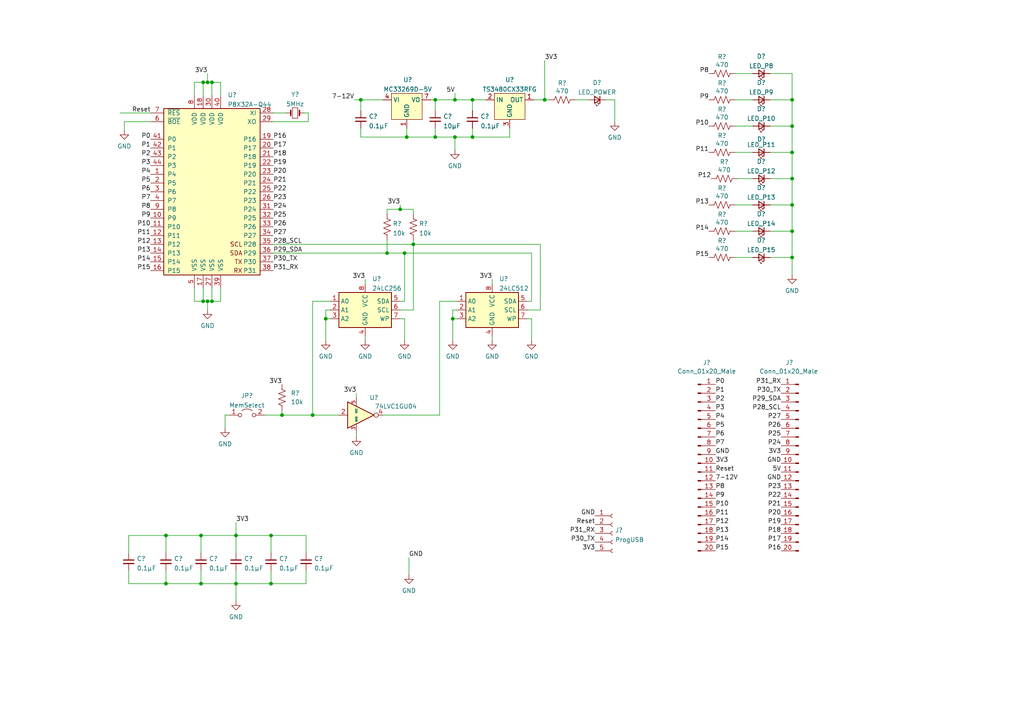
<source format=kicad_sch>
(kicad_sch (version 20211123) (generator eeschema)
  (paper "A4")
  (lib_symbols
    (symbol "74xGxx:74LVC1GU04DRL"
      (property "Reference" "U" (at -2.54 5.08 0))
      (property "Value" "74LVC1GU04DRL" (at 8.89 5.08 0))
      (symbol "74LVC1GU04DRL_0_1"
        (rectangle (start -2.54 3.81) (end -2.54 -3.81) (stroke (width 0.254)) (fill (type background)))
        (polyline (pts (xy -2.54 -3.81) (xy 5.08 0) (xy -2.54 3.81)) (stroke (width 0.254)) (fill (type background)))
        (circle (center 5.715 0) (radius 0.635))
      )
      (symbol "74LVC1GU04DRL_1_1"
        (pin no_connect line (at 5.08 0 180) (length 2.54) hide (name "NC") (number "1"))
        (pin input line (at -5.08 0 0) (length 2.54) (name "~") (number "2"))
        (pin power_in line (at 0 -5.08 90) (length 2.54) (name "GND") (number "3"))
        (pin output line (at 7.62 0 180) (length 1.27) (name "~") (number "4"))
        (pin power_in line (at 0 5.08 270) (length 2.54) (name "VCC") (number "5"))
      )
    )
    (symbol "Connector:Conn_01x05_Female" (pin_names (offset 1.016) hide)
      (property "Reference" "J" (at 0 7.62 0))
      (property "Value" "Conn_01x05_Female" (at 0 -7.62 0))
      (symbol "Conn_01x05_Female_1_1"
        (arc (start 0 -4.572) (mid -0.508 -5.08) (end 0 -5.588) (stroke (width 0.1524)))
        (arc (start 0 -2.032) (mid -0.508 -2.54) (end 0 -3.048) (stroke (width 0.1524)))
        (polyline (pts (xy -1.27 -5.08) (xy -0.508 -5.08)) (stroke (width 0.1524)))
        (polyline (pts (xy -1.27 -2.54) (xy -0.508 -2.54)) (stroke (width 0.1524)))
        (polyline (pts (xy -1.27 0) (xy -0.508 0)) (stroke (width 0.1524)))
        (polyline (pts (xy -1.27 2.54) (xy -0.508 2.54)) (stroke (width 0.1524)))
        (polyline (pts (xy -1.27 5.08) (xy -0.508 5.08)) (stroke (width 0.1524)))
        (arc (start 0 0.508) (mid -0.508 0) (end 0 -0.508) (stroke (width 0.1524)))
        (arc (start 0 3.048) (mid -0.508 2.54) (end 0 2.032) (stroke (width 0.1524)))
        (arc (start 0 5.588) (mid -0.508 5.08) (end 0 4.572) (stroke (width 0.1524)))
        (pin passive line (at -5.08 5.08 0) (length 3.81) (name "Pin_1") (number "1"))
        (pin passive line (at -5.08 2.54 0) (length 3.81) (name "Pin_2") (number "2"))
        (pin passive line (at -5.08 0 0) (length 3.81) (name "Pin_3") (number "3"))
        (pin passive line (at -5.08 -2.54 0) (length 3.81) (name "Pin_4") (number "4"))
        (pin passive line (at -5.08 -5.08 0) (length 3.81) (name "Pin_5") (number "5"))
      )
    )
    (symbol "Connector:Conn_01x20_Male" (pin_names (offset 1.016) hide)
      (property "Reference" "J" (at 0 25.4 0))
      (property "Value" "Conn_01x20_Male" (at 0 -27.94 0))
      (symbol "Conn_01x20_Male_1_1"
        (polyline (pts (xy 1.27 -25.4) (xy 0.8636 -25.4)) (stroke (width 0.1524)))
        (polyline (pts (xy 1.27 -22.86) (xy 0.8636 -22.86)) (stroke (width 0.1524)))
        (polyline (pts (xy 1.27 -20.32) (xy 0.8636 -20.32)) (stroke (width 0.1524)))
        (polyline (pts (xy 1.27 -17.78) (xy 0.8636 -17.78)) (stroke (width 0.1524)))
        (polyline (pts (xy 1.27 -15.24) (xy 0.8636 -15.24)) (stroke (width 0.1524)))
        (polyline (pts (xy 1.27 -12.7) (xy 0.8636 -12.7)) (stroke (width 0.1524)))
        (polyline (pts (xy 1.27 -10.16) (xy 0.8636 -10.16)) (stroke (width 0.1524)))
        (polyline (pts (xy 1.27 -7.62) (xy 0.8636 -7.62)) (stroke (width 0.1524)))
        (polyline (pts (xy 1.27 -5.08) (xy 0.8636 -5.08)) (stroke (width 0.1524)))
        (polyline (pts (xy 1.27 -2.54) (xy 0.8636 -2.54)) (stroke (width 0.1524)))
        (polyline (pts (xy 1.27 0) (xy 0.8636 0)) (stroke (width 0.1524)))
        (polyline (pts (xy 1.27 2.54) (xy 0.8636 2.54)) (stroke (width 0.1524)))
        (polyline (pts (xy 1.27 5.08) (xy 0.8636 5.08)) (stroke (width 0.1524)))
        (polyline (pts (xy 1.27 7.62) (xy 0.8636 7.62)) (stroke (width 0.1524)))
        (polyline (pts (xy 1.27 10.16) (xy 0.8636 10.16)) (stroke (width 0.1524)))
        (polyline (pts (xy 1.27 12.7) (xy 0.8636 12.7)) (stroke (width 0.1524)))
        (polyline (pts (xy 1.27 15.24) (xy 0.8636 15.24)) (stroke (width 0.1524)))
        (polyline (pts (xy 1.27 17.78) (xy 0.8636 17.78)) (stroke (width 0.1524)))
        (polyline (pts (xy 1.27 20.32) (xy 0.8636 20.32)) (stroke (width 0.1524)))
        (polyline (pts (xy 1.27 22.86) (xy 0.8636 22.86)) (stroke (width 0.1524)))
        (rectangle (start 0.8636 -25.273) (end 0 -25.527) (stroke (width 0.1524)) (fill (type outline)))
        (rectangle (start 0.8636 -22.733) (end 0 -22.987) (stroke (width 0.1524)) (fill (type outline)))
        (rectangle (start 0.8636 -20.193) (end 0 -20.447) (stroke (width 0.1524)) (fill (type outline)))
        (rectangle (start 0.8636 -17.653) (end 0 -17.907) (stroke (width 0.1524)) (fill (type outline)))
        (rectangle (start 0.8636 -15.113) (end 0 -15.367) (stroke (width 0.1524)) (fill (type outline)))
        (rectangle (start 0.8636 -12.573) (end 0 -12.827) (stroke (width 0.1524)) (fill (type outline)))
        (rectangle (start 0.8636 -10.033) (end 0 -10.287) (stroke (width 0.1524)) (fill (type outline)))
        (rectangle (start 0.8636 -7.493) (end 0 -7.747) (stroke (width 0.1524)) (fill (type outline)))
        (rectangle (start 0.8636 -4.953) (end 0 -5.207) (stroke (width 0.1524)) (fill (type outline)))
        (rectangle (start 0.8636 -2.413) (end 0 -2.667) (stroke (width 0.1524)) (fill (type outline)))
        (rectangle (start 0.8636 0.127) (end 0 -0.127) (stroke (width 0.1524)) (fill (type outline)))
        (rectangle (start 0.8636 2.667) (end 0 2.413) (stroke (width 0.1524)) (fill (type outline)))
        (rectangle (start 0.8636 5.207) (end 0 4.953) (stroke (width 0.1524)) (fill (type outline)))
        (rectangle (start 0.8636 7.747) (end 0 7.493) (stroke (width 0.1524)) (fill (type outline)))
        (rectangle (start 0.8636 10.287) (end 0 10.033) (stroke (width 0.1524)) (fill (type outline)))
        (rectangle (start 0.8636 12.827) (end 0 12.573) (stroke (width 0.1524)) (fill (type outline)))
        (rectangle (start 0.8636 15.367) (end 0 15.113) (stroke (width 0.1524)) (fill (type outline)))
        (rectangle (start 0.8636 17.907) (end 0 17.653) (stroke (width 0.1524)) (fill (type outline)))
        (rectangle (start 0.8636 20.447) (end 0 20.193) (stroke (width 0.1524)) (fill (type outline)))
        (rectangle (start 0.8636 22.987) (end 0 22.733) (stroke (width 0.1524)) (fill (type outline)))
        (pin passive line (at 5.08 22.86 180) (length 3.81) (name "Pin_1") (number "1"))
        (pin passive line (at 5.08 0 180) (length 3.81) (name "Pin_10") (number "10"))
        (pin passive line (at 5.08 -2.54 180) (length 3.81) (name "Pin_11") (number "11"))
        (pin passive line (at 5.08 -5.08 180) (length 3.81) (name "Pin_12") (number "12"))
        (pin passive line (at 5.08 -7.62 180) (length 3.81) (name "Pin_13") (number "13"))
        (pin passive line (at 5.08 -10.16 180) (length 3.81) (name "Pin_14") (number "14"))
        (pin passive line (at 5.08 -12.7 180) (length 3.81) (name "Pin_15") (number "15"))
        (pin passive line (at 5.08 -15.24 180) (length 3.81) (name "Pin_16") (number "16"))
        (pin passive line (at 5.08 -17.78 180) (length 3.81) (name "Pin_17") (number "17"))
        (pin passive line (at 5.08 -20.32 180) (length 3.81) (name "Pin_18") (number "18"))
        (pin passive line (at 5.08 -22.86 180) (length 3.81) (name "Pin_19") (number "19"))
        (pin passive line (at 5.08 20.32 180) (length 3.81) (name "Pin_2") (number "2"))
        (pin passive line (at 5.08 -25.4 180) (length 3.81) (name "Pin_20") (number "20"))
        (pin passive line (at 5.08 17.78 180) (length 3.81) (name "Pin_3") (number "3"))
        (pin passive line (at 5.08 15.24 180) (length 3.81) (name "Pin_4") (number "4"))
        (pin passive line (at 5.08 12.7 180) (length 3.81) (name "Pin_5") (number "5"))
        (pin passive line (at 5.08 10.16 180) (length 3.81) (name "Pin_6") (number "6"))
        (pin passive line (at 5.08 7.62 180) (length 3.81) (name "Pin_7") (number "7"))
        (pin passive line (at 5.08 5.08 180) (length 3.81) (name "Pin_8") (number "8"))
        (pin passive line (at 5.08 2.54 180) (length 3.81) (name "Pin_9") (number "9"))
      )
    )
    (symbol "Device:C_Small" (pin_numbers hide) (pin_names (offset 0.254) hide)
      (property "Reference" "C" (at 0.254 1.778 0))
      (property "Value" "C_Small" (at 0.254 -2.032 0))
      (symbol "C_Small_0_1"
        (polyline (pts (xy -1.524 -0.508) (xy 1.524 -0.508)) (stroke (width 0.3302)))
        (polyline (pts (xy -1.524 0.508) (xy 1.524 0.508)) (stroke (width 0.3048)))
      )
      (symbol "C_Small_1_1"
        (pin passive line (at 0 2.54 270) (length 2.032) (name "~") (number "1"))
        (pin passive line (at 0 -2.54 90) (length 2.032) (name "~") (number "2"))
      )
    )
    (symbol "Device:Crystal_Small" (pin_numbers hide) (pin_names (offset 1.016) hide)
      (property "Reference" "Y" (at 0 2.54 0))
      (property "Value" "Crystal_Small" (at 0 -2.54 0))
      (symbol "Crystal_Small_0_1"
        (rectangle (start -0.762 -1.524) (end 0.762 1.524))
        (polyline (pts (xy -1.27 -0.762) (xy -1.27 0.762)) (stroke (width 0.381)))
        (polyline (pts (xy 1.27 -0.762) (xy 1.27 0.762)) (stroke (width 0.381)))
      )
      (symbol "Crystal_Small_1_1"
        (pin passive line (at -2.54 0 0) (length 1.27) (name "1") (number "1"))
        (pin passive line (at 2.54 0 180) (length 1.27) (name "2") (number "2"))
      )
    )
    (symbol "Device:LED_Small" (pin_numbers hide) (pin_names (offset 0.254) hide)
      (property "Reference" "D" (at -1.27 3.175 0))
      (property "Value" "LED_Small" (at -4.445 -2.54 0))
      (symbol "LED_Small_0_1"
        (polyline (pts (xy -0.762 -1.016) (xy -0.762 1.016)) (stroke (width 0.254)))
        (polyline (pts (xy 1.016 0) (xy -0.762 0)))
        (polyline (pts (xy 0.762 -1.016) (xy -0.762 0) (xy 0.762 1.016) (xy 0.762 -1.016)) (stroke (width 0.254)))
        (polyline (pts (xy 0 0.762) (xy -0.508 1.27) (xy -0.254 1.27) (xy -0.508 1.27) (xy -0.508 1.016)))
        (polyline (pts (xy 0.508 1.27) (xy 0 1.778) (xy 0.254 1.778) (xy 0 1.778) (xy 0 1.524)))
      )
      (symbol "LED_Small_1_1"
        (pin passive line (at -2.54 0 0) (length 1.778) (name "K") (number "1"))
        (pin passive line (at 2.54 0 180) (length 1.778) (name "A") (number "2"))
      )
    )
    (symbol "Device:R_US" (pin_numbers hide) (pin_names (offset 0))
      (property "Reference" "R" (at 2.54 0 90))
      (property "Value" "R_US" (at -2.54 0 90))
      (symbol "R_US_0_1"
        (polyline (pts (xy 0 -2.286) (xy 0 -2.54)))
        (polyline (pts (xy 0 2.286) (xy 0 2.54)))
        (polyline (pts (xy 0 -0.762) (xy 1.016 -1.143) (xy 0 -1.524) (xy -1.016 -1.905) (xy 0 -2.286)))
        (polyline (pts (xy 0 0.762) (xy 1.016 0.381) (xy 0 0) (xy -1.016 -0.381) (xy 0 -0.762)))
        (polyline (pts (xy 0 2.286) (xy 1.016 1.905) (xy 0 1.524) (xy -1.016 1.143) (xy 0 0.762)))
      )
      (symbol "R_US_1_1"
        (pin passive line (at 0 3.81 270) (length 1.27) (name "~") (number "1"))
        (pin passive line (at 0 -3.81 90) (length 1.27) (name "~") (number "2"))
      )
    )
    (symbol "Jumper:Jumper_2_Open" (pin_names (offset 0) hide)
      (property "Reference" "JP" (at 0 2.794 0))
      (property "Value" "Jumper_2_Open" (at 0 -2.286 0))
      (symbol "Jumper_2_Open_0_0"
        (circle (center -2.032 0) (radius 0.508))
        (circle (center 2.032 0) (radius 0.508))
      )
      (symbol "Jumper_2_Open_0_1"
        (arc (start 1.524 1.27) (mid 0 1.778) (end -1.524 1.27))
      )
      (symbol "Jumper_2_Open_1_1"
        (pin passive line (at -5.08 0 0) (length 2.54) (name "A") (number "1"))
        (pin passive line (at 5.08 0 180) (length 2.54) (name "B") (number "2"))
      )
    )
    (symbol "MCU_Parallax:P8X32A-Q44" (pin_names (offset 1.016))
      (property "Reference" "U" (at -13.97 25.4 0))
      (property "Value" "P8X32A-Q44" (at 3.81 25.4 0))
      (symbol "P8X32A-Q44_0_1"
        (rectangle (start -13.97 24.13) (end 13.97 -24.13) (stroke (width 0.254)) (fill (type background)))
        (text "RX" (at 8.89 -22.86 0) (effects (font (size 1.27 1.27)) (justify right)))
        (text "SCL" (at 8.89 -15.24 0) (effects (font (size 1.27 1.27)) (justify right)))
        (text "SDA" (at 8.89 -17.78 0) (effects (font (size 1.27 1.27)) (justify right)))
        (text "TX" (at 8.89 -20.32 0) (effects (font (size 1.27 1.27)) (justify right)))
        (pin bidirectional line (at -17.78 5.08 0) (length 3.81) (name "P4") (number "1"))
        (pin bidirectional line (at -17.78 -7.62 0) (length 3.81) (name "P9") (number "10"))
        (pin bidirectional line (at -17.78 -10.16 0) (length 3.81) (name "P10") (number "11"))
        (pin bidirectional line (at -17.78 -12.7 0) (length 3.81) (name "P11") (number "12"))
        (pin bidirectional line (at -17.78 -15.24 0) (length 3.81) (name "P12") (number "13"))
        (pin bidirectional line (at -17.78 -17.78 0) (length 3.81) (name "P13") (number "14"))
        (pin bidirectional line (at -17.78 -20.32 0) (length 3.81) (name "P14") (number "15"))
        (pin bidirectional line (at -17.78 -22.86 0) (length 3.81) (name "P15") (number "16"))
        (pin power_in line (at -2.54 -27.94 90) (length 3.81) (name "VSS") (number "17"))
        (pin power_in line (at -2.54 27.94 270) (length 3.81) (name "VDD") (number "18"))
        (pin bidirectional line (at 17.78 15.24 180) (length 3.81) (name "P16") (number "19"))
        (pin bidirectional line (at -17.78 2.54 0) (length 3.81) (name "P5") (number "2"))
        (pin bidirectional line (at 17.78 12.7 180) (length 3.81) (name "P17") (number "20"))
        (pin bidirectional line (at 17.78 10.16 180) (length 3.81) (name "P18") (number "21"))
        (pin bidirectional line (at 17.78 7.62 180) (length 3.81) (name "P19") (number "22"))
        (pin bidirectional line (at 17.78 5.08 180) (length 3.81) (name "P20") (number "23"))
        (pin bidirectional line (at 17.78 2.54 180) (length 3.81) (name "P21") (number "24"))
        (pin bidirectional line (at 17.78 0 180) (length 3.81) (name "P22") (number "25"))
        (pin bidirectional line (at 17.78 -2.54 180) (length 3.81) (name "P23") (number "26"))
        (pin power_in line (at 0 -27.94 90) (length 3.81) (name "VSS") (number "27"))
        (pin input line (at 17.78 22.86 180) (length 3.81) (name "XI") (number "28"))
        (pin output line (at 17.78 20.32 180) (length 3.81) (name "XO") (number "29"))
        (pin bidirectional line (at -17.78 0 0) (length 3.81) (name "P6") (number "3"))
        (pin power_in line (at 0 27.94 270) (length 3.81) (name "VDD") (number "30"))
        (pin bidirectional line (at 17.78 -5.08 180) (length 3.81) (name "P24") (number "31"))
        (pin bidirectional line (at 17.78 -7.62 180) (length 3.81) (name "P25") (number "32"))
        (pin bidirectional line (at 17.78 -10.16 180) (length 3.81) (name "P26") (number "33"))
        (pin bidirectional line (at 17.78 -12.7 180) (length 3.81) (name "P27") (number "34"))
        (pin bidirectional line (at 17.78 -15.24 180) (length 3.81) (name "P28") (number "35"))
        (pin bidirectional line (at 17.78 -17.78 180) (length 3.81) (name "P29") (number "36"))
        (pin bidirectional line (at 17.78 -20.32 180) (length 3.81) (name "P30") (number "37"))
        (pin bidirectional line (at 17.78 -22.86 180) (length 3.81) (name "P31") (number "38"))
        (pin power_in line (at 2.54 -27.94 90) (length 3.81) (name "VSS") (number "39"))
        (pin bidirectional line (at -17.78 -2.54 0) (length 3.81) (name "P7") (number "4"))
        (pin power_in line (at 2.54 27.94 270) (length 3.81) (name "VDD") (number "40"))
        (pin bidirectional line (at -17.78 15.24 0) (length 3.81) (name "P0") (number "41"))
        (pin bidirectional line (at -17.78 12.7 0) (length 3.81) (name "P1") (number "42"))
        (pin bidirectional line (at -17.78 10.16 0) (length 3.81) (name "P2") (number "43"))
        (pin bidirectional line (at -17.78 7.62 0) (length 3.81) (name "P3") (number "44"))
        (pin power_in line (at -5.08 -27.94 90) (length 3.81) (name "VSS") (number "5"))
        (pin input line (at -17.78 20.32 0) (length 3.81) (name "~{BOE}") (number "6"))
        (pin bidirectional line (at -17.78 22.86 0) (length 3.81) (name "~{RES}") (number "7"))
        (pin power_in line (at -5.08 27.94 270) (length 3.81) (name "VDD") (number "8"))
        (pin bidirectional line (at -17.78 -5.08 0) (length 3.81) (name "P8") (number "9"))
      )
    )
    (symbol "Memory_EEPROM:24LC256"
      (property "Reference" "U" (at -6.35 6.35 0))
      (property "Value" "24LC256" (at 1.27 6.35 0))
      (symbol "24LC256_1_1"
        (rectangle (start -7.62 5.08) (end 7.62 -5.08) (stroke (width 0.254)) (fill (type background)))
        (pin input line (at -10.16 2.54 0) (length 2.54) (name "A0") (number "1"))
        (pin input line (at -10.16 0 0) (length 2.54) (name "A1") (number "2"))
        (pin input line (at -10.16 -2.54 0) (length 2.54) (name "A2") (number "3"))
        (pin power_in line (at 0 -7.62 90) (length 2.54) (name "GND") (number "4"))
        (pin bidirectional line (at 10.16 2.54 180) (length 2.54) (name "SDA") (number "5"))
        (pin input line (at 10.16 0 180) (length 2.54) (name "SCL") (number "6"))
        (pin input line (at 10.16 -2.54 180) (length 2.54) (name "WP") (number "7"))
        (pin power_in line (at 0 7.62 270) (length 2.54) (name "VCC") (number "8"))
      )
    )
    (symbol "Memory_EEPROM:24LC512"
      (property "Reference" "U" (at -6.35 6.35 0))
      (property "Value" "24LC512" (at 1.27 6.35 0))
      (symbol "24LC512_1_1"
        (rectangle (start -7.62 5.08) (end 7.62 -5.08) (stroke (width 0.254)) (fill (type background)))
        (pin input line (at -10.16 2.54 0) (length 2.54) (name "A0") (number "1"))
        (pin input line (at -10.16 0 0) (length 2.54) (name "A1") (number "2"))
        (pin input line (at -10.16 -2.54 0) (length 2.54) (name "A2") (number "3"))
        (pin power_in line (at 0 -7.62 90) (length 2.54) (name "GND") (number "4"))
        (pin bidirectional line (at 10.16 2.54 180) (length 2.54) (name "SDA") (number "5"))
        (pin input line (at 10.16 0 180) (length 2.54) (name "SCL") (number "6"))
        (pin input line (at 10.16 -2.54 180) (length 2.54) (name "WP") (number "7"))
        (pin power_in line (at 0 7.62 270) (length 2.54) (name "VCC") (number "8"))
      )
    )
    (symbol "Regulator:MC33269D-5V"
      (property "Reference" "U" (at 0 1.27 0))
      (property "Value" "MC33269D-5V" (at 0 -0.635 0))
      (symbol "MC33269D-5V_0_1"
        (rectangle (start -4.445 -1.905) (end 4.445 -9.525) (stroke (width 0.1524)) (fill (type background)))
        (rectangle (start 2.54 -6.985) (end 2.54 -6.985) (stroke (width 0.1524)))
      )
      (symbol "MC33269D-5V_1_1"
        (pin power_in line (at 0 -12.065 90) (length 2.54) (name "GND") (number "1"))
        (pin passive line (at 6.985 -3.81 180) (length 2.54) hide (name "VO") (number "2"))
        (pin passive line (at 6.985 -3.81 180) (length 2.54) hide (name "VO") (number "3"))
        (pin input line (at -6.985 -3.81 0) (length 2.54) (name "VI") (number "4"))
        (pin no_connect line (at -6.985 -8.255 0) (length 2.54) hide (name "NC") (number "5"))
        (pin passive line (at 6.985 -3.81 180) (length 2.54) hide (name "VO") (number "6"))
        (pin power_out line (at 6.985 -3.81 180) (length 2.54) (name "VO") (number "7"))
        (pin no_connect line (at 7.62 -8.255 180) (length 2.54) hide (name "NC") (number "8"))
      )
    )
    (symbol "Regulator:TS3480CX33RFG"
      (property "Reference" "U" (at 0 5.715 0))
      (property "Value" "TS3480CX33RFG" (at 0 3.81 0))
      (symbol "TS3480CX33RFG_0_1"
        (rectangle (start -4.445 2.54) (end 4.445 -5.08) (stroke (width 0.1524)) (fill (type background)))
      )
      (symbol "TS3480CX33RFG_1_1"
        (pin power_out line (at 6.985 0.635 180) (length 2.54) (name "OUT") (number "1"))
        (pin power_in line (at -6.985 0.635 0) (length 2.54) (name "IN") (number "2"))
        (pin power_in line (at 0 -7.62 90) (length 2.54) (name "GND") (number "3"))
      )
    )
    (symbol "power:GND" (power) (pin_names (offset 0))
      (property "Value" "GND" (at 0 -3.81 0))
      (symbol "GND_0_1"
        (polyline (pts (xy 0 0) (xy 0 -1.27) (xy 1.27 -1.27) (xy 0 -2.54) (xy -1.27 -1.27) (xy 0 -1.27)))
      )
      (symbol "GND_1_1"
        (pin power_in line (at 0 0 270) (length 0) hide (name "GND") (number "1"))
      )
    )
  )
  (junction (at 229.743 28.956))
  (junction (at 131.318 92.456))
  (junction (at 78.613 155.321))
  (junction (at 48.133 169.291))
  (junction (at 157.988 28.956))
  (junction (at 131.953 39.751))
  (junction (at 61.468 87.376))
  (junction (at 126.238 28.956))
  (junction (at 81.788 120.396))
  (junction (at 94.488 92.456))
  (junction (at 229.743 74.676))
  (junction (at 90.678 120.396))
  (junction (at 61.468 23.876))
  (junction (at 58.928 87.376))
  (junction (at 229.743 44.196))
  (junction (at 60.198 23.876))
  (junction (at 229.743 67.056))
  (junction (at 68.453 169.291))
  (junction (at 229.743 51.816))
  (junction (at 119.888 70.866))
  (junction (at 116.078 60.706))
  (junction (at 78.613 169.291))
  (junction (at 112.268 73.406))
  (junction (at 48.133 155.321))
  (junction (at 117.983 39.751))
  (junction (at 58.293 155.321))
  (junction (at 229.743 36.576))
  (junction (at 131.953 28.956))
  (junction (at 104.648 28.956))
  (junction (at 117.348 73.406))
  (junction (at 137.033 39.751))
  (junction (at 229.743 59.436))
  (junction (at 60.198 87.376))
  (junction (at 137.033 28.956))
  (junction (at 58.293 169.291))
  (junction (at 68.453 155.321))
  (junction (at 58.928 23.876))
  (junction (at 126.238 39.751))
  (wire (pts (xy 178.308 28.956) (xy 178.308 35.306)))
  (wire (pts (xy 48.133 169.291) (xy 37.338 169.291)))
  (wire (pts (xy 78.613 160.401) (xy 78.613 155.321)))
  (wire (pts (xy 37.338 165.481) (xy 37.338 169.291)))
  (wire (pts (xy 81.788 120.396) (xy 90.678 120.396)))
  (wire (pts (xy 103.378 114.046) (xy 103.378 115.316)))
  (wire (pts (xy 229.743 59.436) (xy 229.743 51.816)))
  (wire (pts (xy 61.468 87.376) (xy 61.468 83.566)))
  (wire (pts (xy 104.648 39.751) (xy 117.983 39.751)))
  (wire (pts (xy 117.348 73.406) (xy 154.178 73.406)))
  (wire (pts (xy 137.033 39.751) (xy 131.953 39.751)))
  (wire (pts (xy 229.743 74.676) (xy 229.743 79.756)))
  (wire (pts (xy 37.338 160.401) (xy 37.338 155.321)))
  (wire (pts (xy 119.888 89.916) (xy 119.888 70.866)))
  (wire (pts (xy 112.268 60.706) (xy 116.078 60.706)))
  (wire (pts (xy 48.133 155.321) (xy 58.293 155.321)))
  (wire (pts (xy 58.293 155.321) (xy 68.453 155.321)))
  (wire (pts (xy 89.408 32.766) (xy 88.138 32.766)))
  (wire (pts (xy 60.198 89.916) (xy 60.198 87.376)))
  (wire (pts (xy 68.453 169.291) (xy 78.613 169.291)))
  (wire (pts (xy 229.743 74.676) (xy 229.743 67.056)))
  (wire (pts (xy 34.798 32.766) (xy 43.688 32.766)))
  (wire (pts (xy 112.268 69.596) (xy 112.268 73.406)))
  (wire (pts (xy 58.293 165.481) (xy 58.293 169.291)))
  (wire (pts (xy 88.773 155.321) (xy 88.773 160.401)))
  (wire (pts (xy 94.488 89.916) (xy 94.488 92.456)))
  (wire (pts (xy 229.743 36.576) (xy 229.743 44.196)))
  (wire (pts (xy 154.178 87.376) (xy 154.178 73.406)))
  (wire (pts (xy 126.238 37.211) (xy 126.238 39.751)))
  (wire (pts (xy 116.078 59.436) (xy 116.078 60.706)))
  (wire (pts (xy 60.198 87.376) (xy 58.928 87.376)))
  (wire (pts (xy 154.178 92.456) (xy 154.178 98.806)))
  (wire (pts (xy 223.393 74.676) (xy 229.743 74.676)))
  (wire (pts (xy 78.613 155.321) (xy 68.453 155.321)))
  (wire (pts (xy 126.238 28.956) (xy 126.238 32.131)))
  (wire (pts (xy 118.618 161.671) (xy 118.618 166.751)))
  (wire (pts (xy 127.508 87.376) (xy 132.588 87.376)))
  (wire (pts (xy 68.453 169.291) (xy 68.453 174.371)))
  (wire (pts (xy 90.678 87.376) (xy 95.758 87.376)))
  (wire (pts (xy 131.953 28.956) (xy 137.033 28.956)))
  (wire (pts (xy 142.748 81.026) (xy 142.748 82.296)))
  (wire (pts (xy 112.268 61.976) (xy 112.268 60.706)))
  (wire (pts (xy 124.968 28.956) (xy 126.238 28.956)))
  (wire (pts (xy 56.388 23.876) (xy 58.928 23.876)))
  (wire (pts (xy 58.928 23.876) (xy 58.928 27.686)))
  (wire (pts (xy 137.033 39.751) (xy 147.828 39.751)))
  (wire (pts (xy 89.408 35.306) (xy 89.408 32.766)))
  (wire (pts (xy 147.828 37.211) (xy 147.828 39.751)))
  (wire (pts (xy 119.888 60.706) (xy 119.888 61.976)))
  (wire (pts (xy 103.378 126.746) (xy 103.378 125.476)))
  (wire (pts (xy 116.078 87.376) (xy 117.348 87.376)))
  (wire (pts (xy 152.908 92.456) (xy 154.178 92.456)))
  (wire (pts (xy 223.393 28.956) (xy 229.743 28.956)))
  (wire (pts (xy 137.033 28.956) (xy 140.843 28.956)))
  (wire (pts (xy 58.928 87.376) (xy 56.388 87.376)))
  (wire (pts (xy 58.293 155.321) (xy 58.293 160.401)))
  (wire (pts (xy 229.743 28.956) (xy 229.743 36.576)))
  (wire (pts (xy 116.078 92.456) (xy 117.348 92.456)))
  (wire (pts (xy 116.078 89.916) (xy 119.888 89.916)))
  (wire (pts (xy 98.298 120.396) (xy 90.678 120.396)))
  (wire (pts (xy 110.998 120.396) (xy 127.508 120.396)))
  (wire (pts (xy 64.008 23.876) (xy 64.008 27.686)))
  (wire (pts (xy 48.133 155.321) (xy 48.133 160.401)))
  (wire (pts (xy 132.588 92.456) (xy 131.318 92.456)))
  (wire (pts (xy 131.953 39.751) (xy 131.953 43.561)))
  (wire (pts (xy 229.743 67.056) (xy 229.743 59.436)))
  (wire (pts (xy 229.743 44.196) (xy 223.393 44.196)))
  (wire (pts (xy 157.988 28.956) (xy 159.258 28.956)))
  (wire (pts (xy 66.548 120.396) (xy 65.278 120.396)))
  (wire (pts (xy 213.233 44.196) (xy 218.313 44.196)))
  (wire (pts (xy 229.743 51.816) (xy 229.743 44.196)))
  (wire (pts (xy 104.648 37.211) (xy 104.648 39.751)))
  (wire (pts (xy 88.773 169.291) (xy 88.773 165.481)))
  (wire (pts (xy 78.613 169.291) (xy 88.773 169.291)))
  (wire (pts (xy 117.348 73.406) (xy 112.268 73.406)))
  (wire (pts (xy 213.868 51.816) (xy 218.313 51.816)))
  (wire (pts (xy 60.198 87.376) (xy 61.468 87.376)))
  (wire (pts (xy 131.953 27.051) (xy 131.953 28.956)))
  (wire (pts (xy 116.078 60.706) (xy 119.888 60.706)))
  (wire (pts (xy 68.453 165.481) (xy 68.453 169.291)))
  (wire (pts (xy 117.983 37.211) (xy 117.983 39.751)))
  (wire (pts (xy 64.008 83.566) (xy 64.008 87.376)))
  (wire (pts (xy 131.953 39.751) (xy 126.238 39.751)))
  (wire (pts (xy 117.348 92.456) (xy 117.348 98.806)))
  (wire (pts (xy 213.233 74.676) (xy 218.313 74.676)))
  (wire (pts (xy 213.233 67.056) (xy 218.313 67.056)))
  (wire (pts (xy 58.928 83.566) (xy 58.928 87.376)))
  (wire (pts (xy 213.233 59.436) (xy 218.313 59.436)))
  (wire (pts (xy 79.248 73.406) (xy 112.268 73.406)))
  (wire (pts (xy 223.393 51.816) (xy 229.743 51.816)))
  (wire (pts (xy 213.233 28.956) (xy 218.313 28.956)))
  (wire (pts (xy 119.888 70.866) (xy 156.718 70.866)))
  (wire (pts (xy 104.648 28.956) (xy 110.998 28.956)))
  (wire (pts (xy 61.468 27.686) (xy 61.468 23.876)))
  (wire (pts (xy 61.468 23.876) (xy 64.008 23.876)))
  (wire (pts (xy 48.133 169.291) (xy 58.293 169.291)))
  (wire (pts (xy 94.488 92.456) (xy 94.488 98.806)))
  (wire (pts (xy 156.718 70.866) (xy 156.718 89.916)))
  (wire (pts (xy 132.588 89.916) (xy 131.318 89.916)))
  (wire (pts (xy 95.758 92.456) (xy 94.488 92.456)))
  (wire (pts (xy 48.133 165.481) (xy 48.133 169.291)))
  (wire (pts (xy 58.293 169.291) (xy 68.453 169.291)))
  (wire (pts (xy 102.743 28.956) (xy 104.648 28.956)))
  (wire (pts (xy 213.233 36.576) (xy 218.313 36.576)))
  (wire (pts (xy 154.813 28.956) (xy 157.988 28.956)))
  (wire (pts (xy 131.318 89.916) (xy 131.318 92.456)))
  (wire (pts (xy 127.508 120.396) (xy 127.508 87.376)))
  (wire (pts (xy 61.468 23.876) (xy 60.198 23.876)))
  (wire (pts (xy 142.748 97.536) (xy 142.748 98.806)))
  (wire (pts (xy 79.248 32.766) (xy 83.058 32.766)))
  (wire (pts (xy 223.393 21.336) (xy 229.743 21.336)))
  (wire (pts (xy 137.033 28.956) (xy 137.033 32.131)))
  (wire (pts (xy 65.278 120.396) (xy 65.278 124.206)))
  (wire (pts (xy 79.248 35.306) (xy 89.408 35.306)))
  (wire (pts (xy 78.613 155.321) (xy 88.773 155.321)))
  (wire (pts (xy 223.393 67.056) (xy 229.743 67.056)))
  (wire (pts (xy 213.233 21.336) (xy 218.313 21.336)))
  (wire (pts (xy 117.348 87.376) (xy 117.348 73.406)))
  (wire (pts (xy 68.453 155.321) (xy 68.453 160.401)))
  (wire (pts (xy 156.718 89.916) (xy 152.908 89.916)))
  (wire (pts (xy 36.068 37.846) (xy 36.068 35.306)))
  (wire (pts (xy 229.743 21.336) (xy 229.743 28.956)))
  (wire (pts (xy 37.338 155.321) (xy 48.133 155.321)))
  (wire (pts (xy 76.708 120.396) (xy 81.788 120.396)))
  (wire (pts (xy 223.393 59.436) (xy 229.743 59.436)))
  (wire (pts (xy 119.888 69.596) (xy 119.888 70.866)))
  (wire (pts (xy 95.758 89.916) (xy 94.488 89.916)))
  (wire (pts (xy 104.648 28.956) (xy 104.648 32.131)))
  (wire (pts (xy 81.788 119.126) (xy 81.788 120.396)))
  (wire (pts (xy 166.878 28.956) (xy 170.688 28.956)))
  (wire (pts (xy 36.068 35.306) (xy 43.688 35.306)))
  (wire (pts (xy 90.678 120.396) (xy 90.678 87.376)))
  (wire (pts (xy 175.768 28.956) (xy 178.308 28.956)))
  (wire (pts (xy 105.918 97.536) (xy 105.918 98.806)))
  (wire (pts (xy 68.453 151.511) (xy 68.453 155.321)))
  (wire (pts (xy 60.198 21.336) (xy 60.198 23.876)))
  (wire (pts (xy 126.238 28.956) (xy 131.953 28.956)))
  (wire (pts (xy 105.918 81.026) (xy 105.918 82.296)))
  (wire (pts (xy 152.908 87.376) (xy 154.178 87.376)))
  (wire (pts (xy 64.008 87.376) (xy 61.468 87.376)))
  (wire (pts (xy 157.988 17.526) (xy 157.988 28.956)))
  (wire (pts (xy 79.248 70.866) (xy 119.888 70.866)))
  (wire (pts (xy 56.388 87.376) (xy 56.388 83.566)))
  (wire (pts (xy 56.388 27.686) (xy 56.388 23.876)))
  (wire (pts (xy 137.033 37.211) (xy 137.033 39.751)))
  (wire (pts (xy 60.198 23.876) (xy 58.928 23.876)))
  (wire (pts (xy 117.983 39.751) (xy 126.238 39.751)))
  (wire (pts (xy 131.318 92.456) (xy 131.318 98.806)))
  (wire (pts (xy 229.743 36.576) (xy 223.393 36.576)))
  (wire (pts (xy 78.613 165.481) (xy 78.613 169.291)))
  (label "P22" (at 226.568 144.526 180))
  (label "P0" (at 43.688 40.386 180))
  (label "P21" (at 226.568 147.066 180))
  (label "P12" (at 43.688 70.866 180))
  (label "P17" (at 226.568 157.226 180))
  (label "P31_RX" (at 172.593 154.686 180))
  (label "P27" (at 79.248 68.326 0))
  (label "P2" (at 43.688 45.466 180))
  (label "GND" (at 226.568 139.446 180))
  (label "P4" (at 43.688 50.546 180))
  (label "P11" (at 205.613 44.196 180))
  (label "P24" (at 226.568 129.286 180))
  (label "P16" (at 226.568 159.766 180))
  (label "GND" (at 118.618 161.671 0))
  (label "P14" (at 205.613 67.056 180))
  (label "P29_SDA" (at 226.568 116.586 180))
  (label "P15" (at 43.688 78.486 180))
  (label "P23" (at 79.248 58.166 0))
  (label "P10" (at 205.613 36.576 180))
  (label "P3" (at 43.688 48.006 180))
  (label "P25" (at 79.248 63.246 0))
  (label "P16" (at 79.248 40.386 0))
  (label "3V3" (at 68.453 151.511 0))
  (label "P14" (at 43.688 75.946 180))
  (label "P30_TX" (at 79.248 75.946 0))
  (label "P9" (at 207.518 144.526 0))
  (label "P21" (at 79.248 53.086 0))
  (label "7-12V" (at 102.743 28.956 180))
  (label "P13" (at 205.613 59.436 180))
  (label "P6" (at 43.688 55.626 180))
  (label "P28_SCL" (at 79.248 70.866 0))
  (label "P19" (at 79.248 48.006 0))
  (label "P5" (at 43.688 53.086 180))
  (label "P3" (at 207.518 119.126 0))
  (label "P29_SDA" (at 79.248 73.406 0))
  (label "P27" (at 226.568 121.666 180))
  (label "P18" (at 79.248 45.466 0))
  (label "P2" (at 207.518 116.586 0))
  (label "P31_RX" (at 226.568 111.506 180))
  (label "P8" (at 205.613 21.336 180))
  (label "P8" (at 207.518 141.986 0))
  (label "3V3" (at 81.788 111.506 180))
  (label "P4" (at 207.518 121.666 0))
  (label "P1" (at 43.688 42.926 180))
  (label "P13" (at 207.518 154.686 0))
  (label "P15" (at 205.613 74.676 180))
  (label "P7" (at 43.688 58.166 180))
  (label "P15" (at 207.518 159.766 0))
  (label "GND" (at 207.518 131.826 0))
  (label "P23" (at 226.568 141.986 180))
  (label "Reset" (at 207.518 136.906 0))
  (label "P14" (at 207.518 157.226 0))
  (label "P5" (at 207.518 124.206 0))
  (label "3V3" (at 103.378 114.046 180))
  (label "P10" (at 43.688 65.786 180))
  (label "P1" (at 207.518 114.046 0))
  (label "3V3" (at 142.748 81.026 180))
  (label "P11" (at 207.518 149.606 0))
  (label "Reset" (at 43.688 32.766 180))
  (label "P12" (at 207.518 152.146 0))
  (label "P25" (at 226.568 126.746 180))
  (label "3V3" (at 172.593 159.766 180))
  (label "P26" (at 79.248 65.786 0))
  (label "P26" (at 226.568 124.206 180))
  (label "3V3" (at 60.198 21.336 180))
  (label "P22" (at 79.248 55.626 0))
  (label "P30_TX" (at 172.593 157.226 180))
  (label "P20" (at 79.248 50.546 0))
  (label "P17" (at 79.248 42.926 0))
  (label "P11" (at 43.688 68.326 180))
  (label "P7" (at 207.518 129.286 0))
  (label "P19" (at 226.568 152.146 180))
  (label "P20" (at 226.568 149.606 180))
  (label "3V3" (at 116.078 59.436 180))
  (label "5V" (at 226.568 136.906 180))
  (label "P18" (at 226.568 154.686 180))
  (label "7-12V" (at 207.518 139.446 0))
  (label "3V3" (at 226.568 131.826 180))
  (label "P9" (at 43.688 63.246 180))
  (label "P8" (at 43.688 60.706 180))
  (label "P30_TX" (at 226.568 114.046 180))
  (label "P10" (at 207.518 147.066 0))
  (label "P13" (at 43.688 73.406 180))
  (label "5V" (at 131.953 27.051 180))
  (label "P9" (at 205.613 28.956 180))
  (label "P24" (at 79.248 60.706 0))
  (label "GND" (at 172.593 149.606 180))
  (label "3V3" (at 105.918 81.026 180))
  (label "3V3" (at 207.518 134.366 0))
  (label "P0" (at 207.518 111.506 0))
  (label "P12" (at 206.248 51.816 180))
  (label "Reset" (at 172.593 152.146 180))
  (label "P28_SCL" (at 226.568 119.126 180))
  (label "GND" (at 226.568 134.366 180))
  (label "P31_RX" (at 79.248 78.486 0))
  (label "P6" (at 207.518 126.746 0))
  (label "3V3" (at 157.988 17.526 0))
  (symbol (lib_id "Device:C_Small") (at 104.648 34.671 0) (unit 1)
    (property "Reference" "C?" (at 106.9721 33.7688 0) (effects (justify left)))
    (property "Value" "0.1µF" (at 106.9721 36.5439 0) (effects (justify left)))
    (property "Footprint" "Capacitor_SMD:C_0805_2012Metric_Pad1.18x1.45mm_HandSolder" (effects hide))
  )
  (symbol (lib_id "power:GND") (at 142.748 98.806 0) (unit 1)
    (property "Reference" "#PWR?" (effects hide))
    (property "Value" "GND" (at 142.748 103.3685 0))
  )
  (symbol (lib_id "Device:C_Small") (at 88.773 162.941 0) (unit 1)
    (property "Reference" "C?" (at 91.0971 162.0388 0) (effects (justify left)))
    (property "Value" "0.1µF" (at 91.0971 164.8139 0) (effects (justify left)))
    (property "Footprint" "Capacitor_SMD:C_0805_2012Metric_Pad1.18x1.45mm_HandSolder" (effects hide))
  )
  (symbol (lib_id "Device:C_Small") (at 58.293 162.941 0) (unit 1)
    (property "Reference" "C?" (at 60.6171 162.0388 0) (effects (justify left)))
    (property "Value" "0.1µF" (at 60.6171 164.8139 0) (effects (justify left)))
    (property "Footprint" "Capacitor_SMD:C_0805_2012Metric_Pad1.18x1.45mm_HandSolder" (effects hide))
  )
  (symbol (lib_id "Device:R_US") (at 119.888 65.786 0) (unit 1)
    (property "Reference" "R?" (at 121.539 64.8775 0) (effects (justify left)))
    (property "Value" "10k" (at 121.539 67.6526 0) (effects (justify left)))
    (property "Footprint" "Resistor_SMD:R_0805_2012Metric_Pad1.20x1.40mm_HandSolder" (effects hide))
  )
  (symbol (lib_id "Device:R_US") (at 209.423 28.956 90) (unit 1)
    (property "Reference" "R?" (at 209.423 24.1005 90))
    (property "Value" "470" (at 209.423 26.416 90))
    (property "Footprint" "Resistor_SMD:R_0805_2012Metric_Pad1.20x1.40mm_HandSolder" (effects hide))
  )
  (symbol (lib_id "power:GND") (at 65.278 124.206 0) (unit 1)
    (property "Reference" "#PWR?" (effects hide))
    (property "Value" "GND" (at 65.278 128.7685 0))
  )
  (symbol (lib_id "Device:C_Small") (at 48.133 162.941 0) (unit 1)
    (property "Reference" "C?" (at 50.4571 162.0388 0) (effects (justify left)))
    (property "Value" "0.1µF" (at 50.4571 164.8139 0) (effects (justify left)))
    (property "Footprint" "Capacitor_SMD:C_0805_2012Metric_Pad1.18x1.45mm_HandSolder" (effects hide))
  )
  (symbol (lib_id "Device:C_Small") (at 37.338 162.941 0) (unit 1)
    (property "Reference" "C?" (at 39.6621 162.0388 0) (effects (justify left)))
    (property "Value" "0.1µF" (at 39.6621 164.8139 0) (effects (justify left)))
    (property "Footprint" "Capacitor_SMD:C_0805_2012Metric_Pad1.18x1.45mm_HandSolder" (effects hide))
  )
  (symbol (lib_id "Device:C_Small") (at 126.238 34.671 0) (unit 1)
    (property "Reference" "C?" (at 128.5621 33.7688 0) (effects (justify left)))
    (property "Value" "10µF" (at 128.5621 36.5439 0) (effects (justify left)))
    (property "Footprint" "Capacitor_SMD:C_0805_2012Metric_Pad1.18x1.45mm_HandSolder" (effects hide))
  )
  (symbol (lib_id "power:GND") (at 117.348 98.806 0) (unit 1)
    (property "Reference" "#PWR?" (effects hide))
    (property "Value" "GND" (at 117.348 103.3685 0))
  )
  (symbol (lib_id "power:GND") (at 94.488 98.806 0) (unit 1)
    (property "Reference" "#PWR?" (effects hide))
    (property "Value" "GND" (at 94.488 103.3685 0))
  )
  (symbol (lib_id "power:GND") (at 154.178 98.806 0) (unit 1)
    (property "Reference" "#PWR?" (effects hide))
    (property "Value" "GND" (at 154.178 103.3685 0))
  )
  (symbol (lib_id "Device:LED_Small") (at 220.853 44.196 180) (unit 1)
    (property "Reference" "D?" (at 220.853 40.386 0))
    (property "Value" "LED_P11" (at 220.7895 41.9886 0))
    (property "Footprint" "LED_SMD:LED_0805_2012Metric_Pad1.15x1.40mm_HandSolder" (effects hide))
  )
  (symbol (lib_id "power:GND") (at 36.068 37.846 0) (unit 1)
    (property "Reference" "#PWR?" (effects hide))
    (property "Value" "GND" (at 36.068 42.4085 0))
  )
  (symbol (lib_id "power:GND") (at 103.378 126.746 0) (unit 1)
    (property "Reference" "#PWR?" (effects hide))
    (property "Value" "GND" (at 103.378 131.3085 0))
  )
  (symbol (lib_id "power:GND") (at 105.918 98.806 0) (unit 1)
    (property "Reference" "#PWR?" (effects hide))
    (property "Value" "GND" (at 105.918 103.3685 0))
  )
  (symbol (lib_id "Device:C_Small") (at 137.033 34.671 0) (unit 1)
    (property "Reference" "C?" (at 139.3571 33.7688 0) (effects (justify left)))
    (property "Value" "0.1µF" (at 139.3571 36.5439 0) (effects (justify left)))
    (property "Footprint" "Capacitor_SMD:C_0805_2012Metric_Pad1.18x1.45mm_HandSolder" (effects hide))
  )
  (symbol (lib_id "Device:LED_Small") (at 220.853 21.336 180) (unit 1)
    (property "Reference" "D?" (at 220.7895 16.3535 0))
    (property "Value" "LED_P8" (at 220.7895 19.1286 0))
    (property "Footprint" "LED_SMD:LED_0805_2012Metric_Pad1.15x1.40mm_HandSolder" (effects hide))
  )
  (symbol (lib_id "Device:LED_Small") (at 220.853 67.056 180) (unit 1)
    (property "Reference" "D?" (at 220.7895 62.0735 0))
    (property "Value" "LED_P14" (at 220.7895 64.8486 0))
    (property "Footprint" "LED_SMD:LED_0805_2012Metric_Pad1.15x1.40mm_HandSolder" (effects hide))
  )
  (symbol (lib_id "Regulator:TS3480CX33RFG") (at 147.828 29.591 0) (unit 1)
    (property "Reference" "U?" (at 147.828 23.1353 0))
    (property "Value" "TS3480CX33RFG" (at 147.828 25.9104 0))
    (property "Footprint" "Package_TO_SOT_SMD:SOT-23" (effects hide))
  )
  (symbol (lib_id "Device:Crystal_Small") (at 85.598 32.766 0) (unit 1)
    (property "Reference" "Y?" (at 85.598 27.4025 0))
    (property "Value" "5MHz" (at 85.598 30.1776 0))
    (property "Footprint" "Crystal:Crystal_SMD_MicroCrystal_CC1V-T1A-2Pin_8.0x3.7mm_HandSoldering" (effects hide))
  )
  (symbol (lib_id "Connector:Conn_01x05_Female") (at 177.673 154.686 0) (unit 1)
    (property "Reference" "J?" (at 178.3842 153.7775 0) (effects (justify left)))
    (property "Value" "ProgUSB" (at 178.3842 156.5526 0) (effects (justify left)))
    (property "Footprint" "Connector_PinSocket_2.54mm:PinSocket_1x05_P2.54mm_Vertical" (effects hide))
  )
  (symbol (lib_id "Device:LED_Small") (at 220.853 74.676 180) (unit 1)
    (property "Reference" "D?" (at 220.7895 69.6935 0))
    (property "Value" "LED_P15" (at 220.7895 72.4686 0))
    (property "Footprint" "LED_SMD:LED_0805_2012Metric_Pad1.15x1.40mm_HandSolder" (effects hide))
  )
  (symbol (lib_id "74xGxx:74LVC1GU04DRL") (at 103.378 120.396 0) (unit 1)
    (property "Reference" "U?" (at 108.458 115.316 0))
    (property "Value" "74LVC1GU04" (at 114.808 117.856 0))
    (property "Footprint" "Package_TO_SOT_SMD:SOT-553" (effects hide))
    (property "Datasheet" "http://www.ti.com/lit/ds/symlink/sn74lvc1gu04.pdf" (effects hide))
  )
  (symbol (lib_id "Memory_EEPROM:24LC256") (at 105.918 89.916 0) (unit 1)
    (property "Reference" "U?" (at 107.9374 80.8695 0) (effects (justify left)))
    (property "Value" "24LC256" (at 107.9374 83.6446 0) (effects (justify left)))
    (property "Footprint" "Package_SO:SOIC-8-1EP_3.9x4.9mm_P1.27mm_EP2.41x3.81mm" (effects hide))
    (property "Datasheet" "http://ww1.microchip.com/downloads/en/devicedoc/21203m.pdf" (effects hide))
  )
  (symbol (lib_id "Memory_EEPROM:24LC512") (at 142.748 89.916 0) (unit 1)
    (property "Reference" "U?" (at 144.7674 80.8695 0) (effects (justify left)))
    (property "Value" "24LC512" (at 144.7674 83.6446 0) (effects (justify left)))
    (property "Footprint" "Package_SO:SOIC-8-1EP_3.9x4.9mm_P1.27mm_EP2.41x3.81mm" (effects hide))
    (property "Datasheet" "http://ww1.microchip.com/downloads/en/DeviceDoc/21754M.pdf" (effects hide))
  )
  (symbol (lib_id "power:GND") (at 178.308 35.306 0) (unit 1)
    (property "Reference" "#PWR?" (effects hide))
    (property "Value" "GND" (at 178.308 39.8685 0))
  )
  (symbol (lib_id "Connector:Conn_01x20_Male") (at 231.648 134.366 0) (mirror y) (unit 1)
    (property "Reference" "J?" (at 227.838 105.156 0) (effects (justify right)))
    (property "Value" "Conn_01x20_Male" (at 220.218 107.696 0) (effects (justify right)))
    (property "Footprint" "Connector_PinHeader_2.54mm:PinHeader_1x20_P2.54mm_Vertical" (effects hide))
  )
  (symbol (lib_id "Device:R_US") (at 210.058 51.816 90) (unit 1)
    (property "Reference" "R?" (at 210.058 46.9605 90))
    (property "Value" "470" (at 210.058 49.276 90))
    (property "Footprint" "Resistor_SMD:R_0805_2012Metric_Pad1.20x1.40mm_HandSolder" (effects hide))
  )
  (symbol (lib_id "Device:LED_Small") (at 220.853 59.436 180) (unit 1)
    (property "Reference" "D?" (at 220.7895 54.4535 0))
    (property "Value" "LED_P13" (at 220.7895 57.2286 0))
    (property "Footprint" "LED_SMD:LED_0805_2012Metric_Pad1.15x1.40mm_HandSolder" (effects hide))
  )
  (symbol (lib_id "power:GND") (at 229.743 79.756 0) (unit 1)
    (property "Reference" "#PWR?" (effects hide))
    (property "Value" "GND" (at 229.743 84.3185 0))
  )
  (symbol (lib_id "power:GND") (at 118.618 166.751 0) (unit 1)
    (property "Reference" "#PWR?" (effects hide))
    (property "Value" "GND" (at 118.618 171.3135 0))
  )
  (symbol (lib_id "MCU_Parallax:P8X32A-Q44") (at 61.468 55.626 0) (unit 1)
    (property "Reference" "U?" (at 66.0274 27.5295 0) (effects (justify left)))
    (property "Value" "P8X32A-Q44" (at 66.0274 30.3046 0) (effects (justify left)))
    (property "Footprint" "Package_QFP:LQFP-44_10x10mm_P0.8mm" (effects hide))
    (property "Datasheet" "https://www.parallax.com/sites/default/files/downloads/P8X32A-Propeller-Datasheet-v1.4.0_0.pdf" (effects hide))
  )
  (symbol (lib_id "Device:R_US") (at 163.068 28.956 90) (unit 1)
    (property "Reference" "R?" (at 163.068 24.1005 90))
    (property "Value" "470" (at 163.068 26.416 90))
    (property "Footprint" "Resistor_SMD:R_0805_2012Metric_Pad1.20x1.40mm_HandSolder" (effects hide))
  )
  (symbol (lib_id "Regulator:MC33269D-5V") (at 117.983 25.146 0) (unit 1)
    (property "Reference" "U?" (at 118.2624 23.1353 0))
    (property "Value" "MC33269D-5V" (at 118.2624 25.9104 0))
    (property "Footprint" "Package_SO:SOIC-8-1EP_3.9x4.9mm_P1.27mm_EP2.29x3mm" (effects hide))
  )
  (symbol (lib_id "power:GND") (at 68.453 174.371 0) (unit 1)
    (property "Reference" "#PWR?" (effects hide))
    (property "Value" "GND" (at 68.453 178.9335 0))
  )
  (symbol (lib_id "Device:LED_Small") (at 173.228 28.956 180) (unit 1)
    (property "Reference" "D?" (at 173.1645 23.9735 0))
    (property "Value" "LED_POWER" (at 173.1645 26.7486 0))
    (property "Footprint" "LED_SMD:LED_0805_2012Metric_Pad1.15x1.40mm_HandSolder" (effects hide))
  )
  (symbol (lib_id "Device:R_US") (at 209.423 36.576 90) (unit 1)
    (property "Reference" "R?" (at 209.423 31.7205 90))
    (property "Value" "470" (at 209.423 34.036 90))
    (property "Footprint" "Resistor_SMD:R_0805_2012Metric_Pad1.20x1.40mm_HandSolder" (effects hide))
  )
  (symbol (lib_id "power:GND") (at 131.318 98.806 0) (unit 1)
    (property "Reference" "#PWR?" (effects hide))
    (property "Value" "GND" (at 131.318 103.3685 0))
  )
  (symbol (lib_id "Device:R_US") (at 81.788 115.316 0) (unit 1)
    (property "Reference" "R?" (at 84.328 114.0459 0) (effects (justify left)))
    (property "Value" "10k" (at 84.328 116.5859 0) (effects (justify left)))
    (property "Footprint" "Resistor_SMD:R_0805_2012Metric_Pad1.20x1.40mm_HandSolder" (effects hide))
  )
  (symbol (lib_id "Device:LED_Small") (at 220.853 28.956 180) (unit 1)
    (property "Reference" "D?" (at 220.7895 23.9735 0))
    (property "Value" "LED_P9" (at 220.7895 26.7486 0))
    (property "Footprint" "LED_SMD:LED_0805_2012Metric_Pad1.15x1.40mm_HandSolder" (effects hide))
  )
  (symbol (lib_id "Jumper:Jumper_2_Open") (at 71.628 120.396 0) (unit 1)
    (property "Reference" "JP?" (at 71.628 114.7785 0))
    (property "Value" "MemSelect" (at 71.628 117.5536 0))
    (property "Footprint" "Connector_PinHeader_2.54mm:PinHeader_1x02_P2.54mm_Vertical" (effects hide))
  )
  (symbol (lib_id "Device:R_US") (at 209.423 74.676 90) (unit 1)
    (property "Reference" "R?" (at 209.423 69.8205 90))
    (property "Value" "470" (at 209.423 72.136 90))
    (property "Footprint" "Resistor_SMD:R_0805_2012Metric_Pad1.20x1.40mm_HandSolder" (effects hide))
  )
  (symbol (lib_id "Device:LED_Small") (at 220.853 51.816 180) (unit 1)
    (property "Reference" "D?" (at 220.7895 46.8335 0))
    (property "Value" "LED_P12" (at 220.7895 49.6086 0))
    (property "Footprint" "LED_SMD:LED_0805_2012Metric_Pad1.15x1.40mm_HandSolder" (effects hide))
  )
  (symbol (lib_id "Device:R_US") (at 209.423 44.196 90) (unit 1)
    (property "Reference" "R?" (at 209.423 39.3405 90))
    (property "Value" "470" (at 209.423 41.656 90))
    (property "Footprint" "Resistor_SMD:R_0805_2012Metric_Pad1.20x1.40mm_HandSolder" (effects hide))
  )
  (symbol (lib_id "Device:R_US") (at 209.423 67.056 90) (unit 1)
    (property "Reference" "R?" (at 209.423 62.2005 90))
    (property "Value" "470" (at 209.423 64.516 90))
    (property "Footprint" "Resistor_SMD:R_0805_2012Metric_Pad1.20x1.40mm_HandSolder" (effects hide))
  )
  (symbol (lib_id "Device:C_Small") (at 78.613 162.941 0) (unit 1)
    (property "Reference" "C?" (at 80.9371 162.0388 0) (effects (justify left)))
    (property "Value" "0.1µF" (at 80.9371 164.8139 0) (effects (justify left)))
    (property "Footprint" "Capacitor_SMD:C_0805_2012Metric_Pad1.18x1.45mm_HandSolder" (effects hide))
  )
  (symbol (lib_id "Device:R_US") (at 209.423 21.336 90) (unit 1)
    (property "Reference" "R?" (at 209.423 16.4805 90))
    (property "Value" "470" (at 209.423 18.796 90))
    (property "Footprint" "Resistor_SMD:R_0805_2012Metric_Pad1.20x1.40mm_HandSolder" (effects hide))
  )
  (symbol (lib_id "Connector:Conn_01x20_Male") (at 202.438 134.366 0) (unit 1)
    (property "Reference" "J?" (at 204.978 105.156 0))
    (property "Value" "Conn_01x20_Male" (at 204.978 107.696 0))
    (property "Footprint" "Connector_PinHeader_2.54mm:PinHeader_1x20_P2.54mm_Vertical" (effects hide))
  )
  (symbol (lib_id "Device:R_US") (at 209.423 59.436 90) (unit 1)
    (property "Reference" "R?" (at 209.423 54.5805 90))
    (property "Value" "470" (at 209.423 56.896 90))
    (property "Footprint" "Resistor_SMD:R_0805_2012Metric_Pad1.20x1.40mm_HandSolder" (effects hide))
  )
  (symbol (lib_id "power:GND") (at 60.198 89.916 0) (unit 1)
    (property "Reference" "#PWR?" (effects hide))
    (property "Value" "GND" (at 60.198 94.4785 0))
  )
  (symbol (lib_id "Device:C_Small") (at 68.453 162.941 0) (unit 1)
    (property "Reference" "C?" (at 70.7771 162.0388 0) (effects (justify left)))
    (property "Value" "0.1µF" (at 70.7771 164.8139 0) (effects (justify left)))
    (property "Footprint" "Capacitor_SMD:C_0805_2012Metric_Pad1.18x1.45mm_HandSolder" (effects hide))
  )
  (symbol (lib_id "Device:LED_Small") (at 220.853 36.576 180) (unit 1)
    (property "Reference" "D?" (at 220.7895 31.5935 0))
    (property "Value" "LED_P10" (at 220.7895 34.3686 0))
    (property "Footprint" "LED_SMD:LED_0805_2012Metric_Pad1.15x1.40mm_HandSolder" (effects hide))
  )
  (symbol (lib_id "Device:R_US") (at 112.268 65.786 0) (unit 1)
    (property "Reference" "R?" (at 113.919 64.8775 0) (effects (justify left)))
    (property "Value" "10k" (at 113.919 67.6526 0) (effects (justify left)))
    (property "Footprint" "Resistor_SMD:R_0805_2012Metric_Pad1.20x1.40mm_HandSolder" (effects hide))
  )
  (symbol (lib_id "power:GND") (at 131.953 43.561 0) (unit 1)
    (property "Reference" "#PWR?" (effects hide))
    (property "Value" "GND" (at 131.953 48.1235 0))
  )
)
</source>
